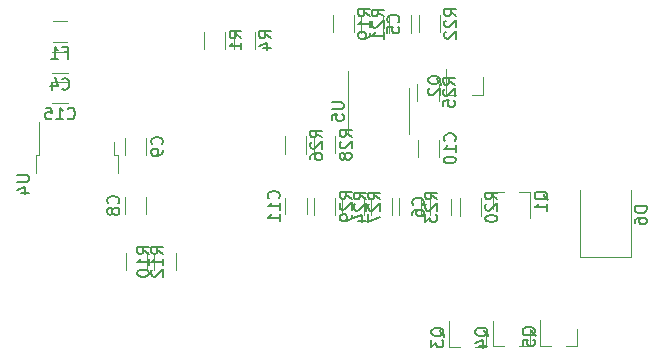
<source format=gbr>
G04 #@! TF.GenerationSoftware,KiCad,Pcbnew,(5.1.8)-1*
G04 #@! TF.CreationDate,2021-04-25T20:11:45+02:00*
G04 #@! TF.ProjectId,FSG_Reference,4653475f-5265-4666-9572-656e63652e6b,rev?*
G04 #@! TF.SameCoordinates,Original*
G04 #@! TF.FileFunction,Legend,Bot*
G04 #@! TF.FilePolarity,Positive*
%FSLAX46Y46*%
G04 Gerber Fmt 4.6, Leading zero omitted, Abs format (unit mm)*
G04 Created by KiCad (PCBNEW (5.1.8)-1) date 2021-04-25 20:11:45*
%MOMM*%
%LPD*%
G01*
G04 APERTURE LIST*
%ADD10C,0.120000*%
%ADD11C,0.150000*%
G04 APERTURE END LIST*
D10*
X94509000Y-154092264D02*
X94509000Y-152638136D01*
X92689000Y-154092264D02*
X92689000Y-152638136D01*
X71657800Y-155705400D02*
X71657800Y-154205400D01*
X71657800Y-154205400D02*
X71927800Y-154205400D01*
X71927800Y-154205400D02*
X71927800Y-151375400D01*
X78557800Y-155705400D02*
X78557800Y-154205400D01*
X78557800Y-154205400D02*
X78287800Y-154205400D01*
X78287800Y-154205400D02*
X78287800Y-153105400D01*
X122038000Y-162849800D02*
X117738000Y-162849800D01*
X117738000Y-162849800D02*
X117738000Y-157149800D01*
X122038000Y-162849800D02*
X122038000Y-157149800D01*
X72974148Y-149804800D02*
X74396652Y-149804800D01*
X72974148Y-147984800D02*
X74396652Y-147984800D01*
X117490400Y-170365200D02*
X117490400Y-168905200D01*
X114330400Y-170365200D02*
X114330400Y-168205200D01*
X114330400Y-170365200D02*
X115260400Y-170365200D01*
X117490400Y-170365200D02*
X116560400Y-170365200D01*
X79176200Y-157761148D02*
X79176200Y-159183652D01*
X80996200Y-157761148D02*
X80996200Y-159183652D01*
X99411200Y-159324664D02*
X99411200Y-157870536D01*
X97591200Y-159324664D02*
X97591200Y-157870536D01*
X105761200Y-149607164D02*
X105761200Y-148153036D01*
X103941200Y-149607164D02*
X103941200Y-148153036D01*
X100004200Y-157870536D02*
X100004200Y-159324664D01*
X101824200Y-157870536D02*
X101824200Y-159324664D01*
X104237200Y-159322664D02*
X104237200Y-157868536D01*
X102417200Y-159322664D02*
X102417200Y-157868536D01*
X105862800Y-143819964D02*
X105862800Y-142365836D01*
X104042800Y-143819964D02*
X104042800Y-142365836D01*
X101540900Y-142391236D02*
X101540900Y-143845364D01*
X103360900Y-142391236D02*
X103360900Y-143845364D01*
X109329900Y-159337364D02*
X109329900Y-157883236D01*
X107509900Y-159337364D02*
X107509900Y-157883236D01*
X98573000Y-143819964D02*
X98573000Y-142365836D01*
X96753000Y-143819964D02*
X96753000Y-142365836D01*
X81047000Y-163962164D02*
X81047000Y-162508036D01*
X79227000Y-163962164D02*
X79227000Y-162508036D01*
X81665400Y-162508036D02*
X81665400Y-163962164D01*
X83485400Y-162508036D02*
X83485400Y-163962164D01*
X90191000Y-145212964D02*
X90191000Y-143758836D01*
X88371000Y-145212964D02*
X88371000Y-143758836D01*
X87676400Y-145212964D02*
X87676400Y-143758836D01*
X85856400Y-145212964D02*
X85856400Y-143758836D01*
X105786600Y-154357652D02*
X105786600Y-152935148D01*
X103966600Y-154357652D02*
X103966600Y-152935148D01*
X80996200Y-154178052D02*
X80996200Y-152755548D01*
X79176200Y-154178052D02*
X79176200Y-152755548D01*
X101011400Y-143842052D02*
X101011400Y-142419548D01*
X99191400Y-143842052D02*
X99191400Y-142419548D01*
X72974148Y-147290200D02*
X74396652Y-147290200D01*
X72974148Y-145470200D02*
X74396652Y-145470200D01*
X103194800Y-150509200D02*
X103194800Y-152459200D01*
X103194800Y-150509200D02*
X103194800Y-148559200D01*
X98074800Y-150509200D02*
X98074800Y-152459200D01*
X98074800Y-150509200D02*
X98074800Y-147059200D01*
X96998200Y-159261164D02*
X96998200Y-157807036D01*
X95178200Y-159261164D02*
X95178200Y-157807036D01*
X96998200Y-154056164D02*
X96998200Y-152602036D01*
X95178200Y-154056164D02*
X95178200Y-152602036D01*
X109758600Y-170432000D02*
X108828600Y-170432000D01*
X106598600Y-170432000D02*
X107528600Y-170432000D01*
X106598600Y-170432000D02*
X106598600Y-168272000D01*
X109758600Y-170432000D02*
X109758600Y-168972000D01*
X109479200Y-149096000D02*
X108549200Y-149096000D01*
X106319200Y-149096000D02*
X107249200Y-149096000D01*
X106319200Y-149096000D02*
X106319200Y-146936000D01*
X109479200Y-149096000D02*
X109479200Y-147636000D01*
X110347600Y-157345600D02*
X111277600Y-157345600D01*
X113507600Y-157345600D02*
X112577600Y-157345600D01*
X113507600Y-157345600D02*
X113507600Y-159505600D01*
X110347600Y-157345600D02*
X110347600Y-158805600D01*
X73060936Y-144674000D02*
X74265064Y-144674000D01*
X73060936Y-142854000D02*
X74265064Y-142854000D01*
X92765200Y-157810148D02*
X92765200Y-159232652D01*
X94585200Y-157810148D02*
X94585200Y-159232652D01*
X104969900Y-157899048D02*
X104969900Y-159321552D01*
X106789900Y-157899048D02*
X106789900Y-159321552D01*
X113482200Y-170416000D02*
X112552200Y-170416000D01*
X110322200Y-170416000D02*
X111252200Y-170416000D01*
X110322200Y-170416000D02*
X110322200Y-168256000D01*
X113482200Y-170416000D02*
X113482200Y-168956000D01*
D11*
X95871380Y-152722342D02*
X95395190Y-152389009D01*
X95871380Y-152150914D02*
X94871380Y-152150914D01*
X94871380Y-152531866D01*
X94919000Y-152627104D01*
X94966619Y-152674723D01*
X95061857Y-152722342D01*
X95204714Y-152722342D01*
X95299952Y-152674723D01*
X95347571Y-152627104D01*
X95395190Y-152531866D01*
X95395190Y-152150914D01*
X94966619Y-153103295D02*
X94919000Y-153150914D01*
X94871380Y-153246152D01*
X94871380Y-153484247D01*
X94919000Y-153579485D01*
X94966619Y-153627104D01*
X95061857Y-153674723D01*
X95157095Y-153674723D01*
X95299952Y-153627104D01*
X95871380Y-153055676D01*
X95871380Y-153674723D01*
X94871380Y-154531866D02*
X94871380Y-154341390D01*
X94919000Y-154246152D01*
X94966619Y-154198533D01*
X95109476Y-154103295D01*
X95299952Y-154055676D01*
X95680904Y-154055676D01*
X95776142Y-154103295D01*
X95823761Y-154150914D01*
X95871380Y-154246152D01*
X95871380Y-154436628D01*
X95823761Y-154531866D01*
X95776142Y-154579485D01*
X95680904Y-154627104D01*
X95442809Y-154627104D01*
X95347571Y-154579485D01*
X95299952Y-154531866D01*
X95252333Y-154436628D01*
X95252333Y-154246152D01*
X95299952Y-154150914D01*
X95347571Y-154103295D01*
X95442809Y-154055676D01*
X70060180Y-155913495D02*
X70869704Y-155913495D01*
X70964942Y-155961114D01*
X71012561Y-156008733D01*
X71060180Y-156103971D01*
X71060180Y-156294447D01*
X71012561Y-156389685D01*
X70964942Y-156437304D01*
X70869704Y-156484923D01*
X70060180Y-156484923D01*
X70393514Y-157389685D02*
X71060180Y-157389685D01*
X70012561Y-157151590D02*
X70726847Y-156913495D01*
X70726847Y-157532542D01*
X123340380Y-158561704D02*
X122340380Y-158561704D01*
X122340380Y-158799800D01*
X122388000Y-158942657D01*
X122483238Y-159037895D01*
X122578476Y-159085514D01*
X122768952Y-159133133D01*
X122911809Y-159133133D01*
X123102285Y-159085514D01*
X123197523Y-159037895D01*
X123292761Y-158942657D01*
X123340380Y-158799800D01*
X123340380Y-158561704D01*
X122340380Y-159990276D02*
X122340380Y-159799800D01*
X122388000Y-159704561D01*
X122435619Y-159656942D01*
X122578476Y-159561704D01*
X122768952Y-159514085D01*
X123149904Y-159514085D01*
X123245142Y-159561704D01*
X123292761Y-159609323D01*
X123340380Y-159704561D01*
X123340380Y-159895038D01*
X123292761Y-159990276D01*
X123245142Y-160037895D01*
X123149904Y-160085514D01*
X122911809Y-160085514D01*
X122816571Y-160037895D01*
X122768952Y-159990276D01*
X122721333Y-159895038D01*
X122721333Y-159704561D01*
X122768952Y-159609323D01*
X122816571Y-159561704D01*
X122911809Y-159514085D01*
X74328257Y-151101942D02*
X74375876Y-151149561D01*
X74518733Y-151197180D01*
X74613971Y-151197180D01*
X74756828Y-151149561D01*
X74852066Y-151054323D01*
X74899685Y-150959085D01*
X74947304Y-150768609D01*
X74947304Y-150625752D01*
X74899685Y-150435276D01*
X74852066Y-150340038D01*
X74756828Y-150244800D01*
X74613971Y-150197180D01*
X74518733Y-150197180D01*
X74375876Y-150244800D01*
X74328257Y-150292419D01*
X73375876Y-151197180D02*
X73947304Y-151197180D01*
X73661590Y-151197180D02*
X73661590Y-150197180D01*
X73756828Y-150340038D01*
X73852066Y-150435276D01*
X73947304Y-150482895D01*
X72471114Y-150197180D02*
X72947304Y-150197180D01*
X72994923Y-150673371D01*
X72947304Y-150625752D01*
X72852066Y-150578133D01*
X72613971Y-150578133D01*
X72518733Y-150625752D01*
X72471114Y-150673371D01*
X72423495Y-150768609D01*
X72423495Y-151006704D01*
X72471114Y-151101942D01*
X72518733Y-151149561D01*
X72613971Y-151197180D01*
X72852066Y-151197180D01*
X72947304Y-151149561D01*
X72994923Y-151101942D01*
X113958019Y-169509961D02*
X113910400Y-169414723D01*
X113815161Y-169319485D01*
X113672304Y-169176628D01*
X113624685Y-169081390D01*
X113624685Y-168986152D01*
X113862780Y-169033771D02*
X113815161Y-168938533D01*
X113719923Y-168843295D01*
X113529447Y-168795676D01*
X113196114Y-168795676D01*
X113005638Y-168843295D01*
X112910400Y-168938533D01*
X112862780Y-169033771D01*
X112862780Y-169224247D01*
X112910400Y-169319485D01*
X113005638Y-169414723D01*
X113196114Y-169462342D01*
X113529447Y-169462342D01*
X113719923Y-169414723D01*
X113815161Y-169319485D01*
X113862780Y-169224247D01*
X113862780Y-169033771D01*
X112862780Y-170367104D02*
X112862780Y-169890914D01*
X113338971Y-169843295D01*
X113291352Y-169890914D01*
X113243733Y-169986152D01*
X113243733Y-170224247D01*
X113291352Y-170319485D01*
X113338971Y-170367104D01*
X113434209Y-170414723D01*
X113672304Y-170414723D01*
X113767542Y-170367104D01*
X113815161Y-170319485D01*
X113862780Y-170224247D01*
X113862780Y-169986152D01*
X113815161Y-169890914D01*
X113767542Y-169843295D01*
X78593342Y-158305733D02*
X78640961Y-158258114D01*
X78688580Y-158115257D01*
X78688580Y-158020019D01*
X78640961Y-157877161D01*
X78545723Y-157781923D01*
X78450485Y-157734304D01*
X78260009Y-157686685D01*
X78117152Y-157686685D01*
X77926676Y-157734304D01*
X77831438Y-157781923D01*
X77736200Y-157877161D01*
X77688580Y-158020019D01*
X77688580Y-158115257D01*
X77736200Y-158258114D01*
X77783819Y-158305733D01*
X78117152Y-158877161D02*
X78069533Y-158781923D01*
X78021914Y-158734304D01*
X77926676Y-158686685D01*
X77879057Y-158686685D01*
X77783819Y-158734304D01*
X77736200Y-158781923D01*
X77688580Y-158877161D01*
X77688580Y-159067638D01*
X77736200Y-159162876D01*
X77783819Y-159210495D01*
X77879057Y-159258114D01*
X77926676Y-159258114D01*
X78021914Y-159210495D01*
X78069533Y-159162876D01*
X78117152Y-159067638D01*
X78117152Y-158877161D01*
X78164771Y-158781923D01*
X78212390Y-158734304D01*
X78307628Y-158686685D01*
X78498104Y-158686685D01*
X78593342Y-158734304D01*
X78640961Y-158781923D01*
X78688580Y-158877161D01*
X78688580Y-159067638D01*
X78640961Y-159162876D01*
X78593342Y-159210495D01*
X78498104Y-159258114D01*
X78307628Y-159258114D01*
X78212390Y-159210495D01*
X78164771Y-159162876D01*
X78117152Y-159067638D01*
X100773580Y-157954742D02*
X100297390Y-157621409D01*
X100773580Y-157383314D02*
X99773580Y-157383314D01*
X99773580Y-157764266D01*
X99821200Y-157859504D01*
X99868819Y-157907123D01*
X99964057Y-157954742D01*
X100106914Y-157954742D01*
X100202152Y-157907123D01*
X100249771Y-157859504D01*
X100297390Y-157764266D01*
X100297390Y-157383314D01*
X99868819Y-158335695D02*
X99821200Y-158383314D01*
X99773580Y-158478552D01*
X99773580Y-158716647D01*
X99821200Y-158811885D01*
X99868819Y-158859504D01*
X99964057Y-158907123D01*
X100059295Y-158907123D01*
X100202152Y-158859504D01*
X100773580Y-158288076D01*
X100773580Y-158907123D01*
X99773580Y-159240457D02*
X99773580Y-159907123D01*
X100773580Y-159478552D01*
X107123580Y-148237242D02*
X106647390Y-147903909D01*
X107123580Y-147665814D02*
X106123580Y-147665814D01*
X106123580Y-148046766D01*
X106171200Y-148142004D01*
X106218819Y-148189623D01*
X106314057Y-148237242D01*
X106456914Y-148237242D01*
X106552152Y-148189623D01*
X106599771Y-148142004D01*
X106647390Y-148046766D01*
X106647390Y-147665814D01*
X106218819Y-148618195D02*
X106171200Y-148665814D01*
X106123580Y-148761052D01*
X106123580Y-148999147D01*
X106171200Y-149094385D01*
X106218819Y-149142004D01*
X106314057Y-149189623D01*
X106409295Y-149189623D01*
X106552152Y-149142004D01*
X107123580Y-148570576D01*
X107123580Y-149189623D01*
X106123580Y-150094385D02*
X106123580Y-149618195D01*
X106599771Y-149570576D01*
X106552152Y-149618195D01*
X106504533Y-149713433D01*
X106504533Y-149951528D01*
X106552152Y-150046766D01*
X106599771Y-150094385D01*
X106695009Y-150142004D01*
X106933104Y-150142004D01*
X107028342Y-150094385D01*
X107075961Y-150046766D01*
X107123580Y-149951528D01*
X107123580Y-149713433D01*
X107075961Y-149618195D01*
X107028342Y-149570576D01*
X99546580Y-157954742D02*
X99070390Y-157621409D01*
X99546580Y-157383314D02*
X98546580Y-157383314D01*
X98546580Y-157764266D01*
X98594200Y-157859504D01*
X98641819Y-157907123D01*
X98737057Y-157954742D01*
X98879914Y-157954742D01*
X98975152Y-157907123D01*
X99022771Y-157859504D01*
X99070390Y-157764266D01*
X99070390Y-157383314D01*
X98641819Y-158335695D02*
X98594200Y-158383314D01*
X98546580Y-158478552D01*
X98546580Y-158716647D01*
X98594200Y-158811885D01*
X98641819Y-158859504D01*
X98737057Y-158907123D01*
X98832295Y-158907123D01*
X98975152Y-158859504D01*
X99546580Y-158288076D01*
X99546580Y-158907123D01*
X98879914Y-159764266D02*
X99546580Y-159764266D01*
X98498961Y-159526171D02*
X99213247Y-159288076D01*
X99213247Y-159907123D01*
X105599580Y-157952742D02*
X105123390Y-157619409D01*
X105599580Y-157381314D02*
X104599580Y-157381314D01*
X104599580Y-157762266D01*
X104647200Y-157857504D01*
X104694819Y-157905123D01*
X104790057Y-157952742D01*
X104932914Y-157952742D01*
X105028152Y-157905123D01*
X105075771Y-157857504D01*
X105123390Y-157762266D01*
X105123390Y-157381314D01*
X104694819Y-158333695D02*
X104647200Y-158381314D01*
X104599580Y-158476552D01*
X104599580Y-158714647D01*
X104647200Y-158809885D01*
X104694819Y-158857504D01*
X104790057Y-158905123D01*
X104885295Y-158905123D01*
X105028152Y-158857504D01*
X105599580Y-158286076D01*
X105599580Y-158905123D01*
X104599580Y-159238457D02*
X104599580Y-159857504D01*
X104980533Y-159524171D01*
X104980533Y-159667028D01*
X105028152Y-159762266D01*
X105075771Y-159809885D01*
X105171009Y-159857504D01*
X105409104Y-159857504D01*
X105504342Y-159809885D01*
X105551961Y-159762266D01*
X105599580Y-159667028D01*
X105599580Y-159381314D01*
X105551961Y-159286076D01*
X105504342Y-159238457D01*
X107225180Y-142450042D02*
X106748990Y-142116709D01*
X107225180Y-141878614D02*
X106225180Y-141878614D01*
X106225180Y-142259566D01*
X106272800Y-142354804D01*
X106320419Y-142402423D01*
X106415657Y-142450042D01*
X106558514Y-142450042D01*
X106653752Y-142402423D01*
X106701371Y-142354804D01*
X106748990Y-142259566D01*
X106748990Y-141878614D01*
X106320419Y-142830995D02*
X106272800Y-142878614D01*
X106225180Y-142973852D01*
X106225180Y-143211947D01*
X106272800Y-143307185D01*
X106320419Y-143354804D01*
X106415657Y-143402423D01*
X106510895Y-143402423D01*
X106653752Y-143354804D01*
X107225180Y-142783376D01*
X107225180Y-143402423D01*
X106320419Y-143783376D02*
X106272800Y-143830995D01*
X106225180Y-143926233D01*
X106225180Y-144164328D01*
X106272800Y-144259566D01*
X106320419Y-144307185D01*
X106415657Y-144354804D01*
X106510895Y-144354804D01*
X106653752Y-144307185D01*
X107225180Y-143735757D01*
X107225180Y-144354804D01*
X101083280Y-142475442D02*
X100607090Y-142142109D01*
X101083280Y-141904014D02*
X100083280Y-141904014D01*
X100083280Y-142284966D01*
X100130900Y-142380204D01*
X100178519Y-142427823D01*
X100273757Y-142475442D01*
X100416614Y-142475442D01*
X100511852Y-142427823D01*
X100559471Y-142380204D01*
X100607090Y-142284966D01*
X100607090Y-141904014D01*
X100178519Y-142856395D02*
X100130900Y-142904014D01*
X100083280Y-142999252D01*
X100083280Y-143237347D01*
X100130900Y-143332585D01*
X100178519Y-143380204D01*
X100273757Y-143427823D01*
X100368995Y-143427823D01*
X100511852Y-143380204D01*
X101083280Y-142808776D01*
X101083280Y-143427823D01*
X101083280Y-144380204D02*
X101083280Y-143808776D01*
X101083280Y-144094490D02*
X100083280Y-144094490D01*
X100226138Y-143999252D01*
X100321376Y-143904014D01*
X100368995Y-143808776D01*
X110692280Y-157967442D02*
X110216090Y-157634109D01*
X110692280Y-157396014D02*
X109692280Y-157396014D01*
X109692280Y-157776966D01*
X109739900Y-157872204D01*
X109787519Y-157919823D01*
X109882757Y-157967442D01*
X110025614Y-157967442D01*
X110120852Y-157919823D01*
X110168471Y-157872204D01*
X110216090Y-157776966D01*
X110216090Y-157396014D01*
X109787519Y-158348395D02*
X109739900Y-158396014D01*
X109692280Y-158491252D01*
X109692280Y-158729347D01*
X109739900Y-158824585D01*
X109787519Y-158872204D01*
X109882757Y-158919823D01*
X109977995Y-158919823D01*
X110120852Y-158872204D01*
X110692280Y-158300776D01*
X110692280Y-158919823D01*
X109692280Y-159538871D02*
X109692280Y-159634109D01*
X109739900Y-159729347D01*
X109787519Y-159776966D01*
X109882757Y-159824585D01*
X110073233Y-159872204D01*
X110311328Y-159872204D01*
X110501804Y-159824585D01*
X110597042Y-159776966D01*
X110644661Y-159729347D01*
X110692280Y-159634109D01*
X110692280Y-159538871D01*
X110644661Y-159443633D01*
X110597042Y-159396014D01*
X110501804Y-159348395D01*
X110311328Y-159300776D01*
X110073233Y-159300776D01*
X109882757Y-159348395D01*
X109787519Y-159396014D01*
X109739900Y-159443633D01*
X109692280Y-159538871D01*
X99935380Y-142450042D02*
X99459190Y-142116709D01*
X99935380Y-141878614D02*
X98935380Y-141878614D01*
X98935380Y-142259566D01*
X98983000Y-142354804D01*
X99030619Y-142402423D01*
X99125857Y-142450042D01*
X99268714Y-142450042D01*
X99363952Y-142402423D01*
X99411571Y-142354804D01*
X99459190Y-142259566D01*
X99459190Y-141878614D01*
X99935380Y-143402423D02*
X99935380Y-142830995D01*
X99935380Y-143116709D02*
X98935380Y-143116709D01*
X99078238Y-143021471D01*
X99173476Y-142926233D01*
X99221095Y-142830995D01*
X99935380Y-143878614D02*
X99935380Y-144069090D01*
X99887761Y-144164328D01*
X99840142Y-144211947D01*
X99697285Y-144307185D01*
X99506809Y-144354804D01*
X99125857Y-144354804D01*
X99030619Y-144307185D01*
X98983000Y-144259566D01*
X98935380Y-144164328D01*
X98935380Y-143973852D01*
X98983000Y-143878614D01*
X99030619Y-143830995D01*
X99125857Y-143783376D01*
X99363952Y-143783376D01*
X99459190Y-143830995D01*
X99506809Y-143878614D01*
X99554428Y-143973852D01*
X99554428Y-144164328D01*
X99506809Y-144259566D01*
X99459190Y-144307185D01*
X99363952Y-144354804D01*
X82409380Y-162592242D02*
X81933190Y-162258909D01*
X82409380Y-162020814D02*
X81409380Y-162020814D01*
X81409380Y-162401766D01*
X81457000Y-162497004D01*
X81504619Y-162544623D01*
X81599857Y-162592242D01*
X81742714Y-162592242D01*
X81837952Y-162544623D01*
X81885571Y-162497004D01*
X81933190Y-162401766D01*
X81933190Y-162020814D01*
X82409380Y-163544623D02*
X82409380Y-162973195D01*
X82409380Y-163258909D02*
X81409380Y-163258909D01*
X81552238Y-163163671D01*
X81647476Y-163068433D01*
X81695095Y-162973195D01*
X81504619Y-163925576D02*
X81457000Y-163973195D01*
X81409380Y-164068433D01*
X81409380Y-164306528D01*
X81457000Y-164401766D01*
X81504619Y-164449385D01*
X81599857Y-164497004D01*
X81695095Y-164497004D01*
X81837952Y-164449385D01*
X82409380Y-163877957D01*
X82409380Y-164497004D01*
X81207780Y-162592242D02*
X80731590Y-162258909D01*
X81207780Y-162020814D02*
X80207780Y-162020814D01*
X80207780Y-162401766D01*
X80255400Y-162497004D01*
X80303019Y-162544623D01*
X80398257Y-162592242D01*
X80541114Y-162592242D01*
X80636352Y-162544623D01*
X80683971Y-162497004D01*
X80731590Y-162401766D01*
X80731590Y-162020814D01*
X81207780Y-163544623D02*
X81207780Y-162973195D01*
X81207780Y-163258909D02*
X80207780Y-163258909D01*
X80350638Y-163163671D01*
X80445876Y-163068433D01*
X80493495Y-162973195D01*
X80207780Y-164163671D02*
X80207780Y-164258909D01*
X80255400Y-164354147D01*
X80303019Y-164401766D01*
X80398257Y-164449385D01*
X80588733Y-164497004D01*
X80826828Y-164497004D01*
X81017304Y-164449385D01*
X81112542Y-164401766D01*
X81160161Y-164354147D01*
X81207780Y-164258909D01*
X81207780Y-164163671D01*
X81160161Y-164068433D01*
X81112542Y-164020814D01*
X81017304Y-163973195D01*
X80826828Y-163925576D01*
X80588733Y-163925576D01*
X80398257Y-163973195D01*
X80303019Y-164020814D01*
X80255400Y-164068433D01*
X80207780Y-164163671D01*
X91553380Y-144319233D02*
X91077190Y-143985900D01*
X91553380Y-143747804D02*
X90553380Y-143747804D01*
X90553380Y-144128757D01*
X90601000Y-144223995D01*
X90648619Y-144271614D01*
X90743857Y-144319233D01*
X90886714Y-144319233D01*
X90981952Y-144271614D01*
X91029571Y-144223995D01*
X91077190Y-144128757D01*
X91077190Y-143747804D01*
X90886714Y-145176376D02*
X91553380Y-145176376D01*
X90505761Y-144938280D02*
X91220047Y-144700185D01*
X91220047Y-145319233D01*
X89038780Y-144319233D02*
X88562590Y-143985900D01*
X89038780Y-143747804D02*
X88038780Y-143747804D01*
X88038780Y-144128757D01*
X88086400Y-144223995D01*
X88134019Y-144271614D01*
X88229257Y-144319233D01*
X88372114Y-144319233D01*
X88467352Y-144271614D01*
X88514971Y-144223995D01*
X88562590Y-144128757D01*
X88562590Y-143747804D01*
X89038780Y-145271614D02*
X89038780Y-144700185D01*
X89038780Y-144985900D02*
X88038780Y-144985900D01*
X88181638Y-144890661D01*
X88276876Y-144795423D01*
X88324495Y-144700185D01*
X107083742Y-153003542D02*
X107131361Y-152955923D01*
X107178980Y-152813066D01*
X107178980Y-152717828D01*
X107131361Y-152574971D01*
X107036123Y-152479733D01*
X106940885Y-152432114D01*
X106750409Y-152384495D01*
X106607552Y-152384495D01*
X106417076Y-152432114D01*
X106321838Y-152479733D01*
X106226600Y-152574971D01*
X106178980Y-152717828D01*
X106178980Y-152813066D01*
X106226600Y-152955923D01*
X106274219Y-153003542D01*
X107178980Y-153955923D02*
X107178980Y-153384495D01*
X107178980Y-153670209D02*
X106178980Y-153670209D01*
X106321838Y-153574971D01*
X106417076Y-153479733D01*
X106464695Y-153384495D01*
X106178980Y-154574971D02*
X106178980Y-154670209D01*
X106226600Y-154765447D01*
X106274219Y-154813066D01*
X106369457Y-154860685D01*
X106559933Y-154908304D01*
X106798028Y-154908304D01*
X106988504Y-154860685D01*
X107083742Y-154813066D01*
X107131361Y-154765447D01*
X107178980Y-154670209D01*
X107178980Y-154574971D01*
X107131361Y-154479733D01*
X107083742Y-154432114D01*
X106988504Y-154384495D01*
X106798028Y-154336876D01*
X106559933Y-154336876D01*
X106369457Y-154384495D01*
X106274219Y-154432114D01*
X106226600Y-154479733D01*
X106178980Y-154574971D01*
X82293342Y-153300133D02*
X82340961Y-153252514D01*
X82388580Y-153109657D01*
X82388580Y-153014419D01*
X82340961Y-152871561D01*
X82245723Y-152776323D01*
X82150485Y-152728704D01*
X81960009Y-152681085D01*
X81817152Y-152681085D01*
X81626676Y-152728704D01*
X81531438Y-152776323D01*
X81436200Y-152871561D01*
X81388580Y-153014419D01*
X81388580Y-153109657D01*
X81436200Y-153252514D01*
X81483819Y-153300133D01*
X82388580Y-153776323D02*
X82388580Y-153966800D01*
X82340961Y-154062038D01*
X82293342Y-154109657D01*
X82150485Y-154204895D01*
X81960009Y-154252514D01*
X81579057Y-154252514D01*
X81483819Y-154204895D01*
X81436200Y-154157276D01*
X81388580Y-154062038D01*
X81388580Y-153871561D01*
X81436200Y-153776323D01*
X81483819Y-153728704D01*
X81579057Y-153681085D01*
X81817152Y-153681085D01*
X81912390Y-153728704D01*
X81960009Y-153776323D01*
X82007628Y-153871561D01*
X82007628Y-154062038D01*
X81960009Y-154157276D01*
X81912390Y-154204895D01*
X81817152Y-154252514D01*
X102308542Y-142964133D02*
X102356161Y-142916514D01*
X102403780Y-142773657D01*
X102403780Y-142678419D01*
X102356161Y-142535561D01*
X102260923Y-142440323D01*
X102165685Y-142392704D01*
X101975209Y-142345085D01*
X101832352Y-142345085D01*
X101641876Y-142392704D01*
X101546638Y-142440323D01*
X101451400Y-142535561D01*
X101403780Y-142678419D01*
X101403780Y-142773657D01*
X101451400Y-142916514D01*
X101499019Y-142964133D01*
X101403780Y-143868895D02*
X101403780Y-143392704D01*
X101879971Y-143345085D01*
X101832352Y-143392704D01*
X101784733Y-143487942D01*
X101784733Y-143726038D01*
X101832352Y-143821276D01*
X101879971Y-143868895D01*
X101975209Y-143916514D01*
X102213304Y-143916514D01*
X102308542Y-143868895D01*
X102356161Y-143821276D01*
X102403780Y-143726038D01*
X102403780Y-143487942D01*
X102356161Y-143392704D01*
X102308542Y-143345085D01*
X73852066Y-148587342D02*
X73899685Y-148634961D01*
X74042542Y-148682580D01*
X74137780Y-148682580D01*
X74280638Y-148634961D01*
X74375876Y-148539723D01*
X74423495Y-148444485D01*
X74471114Y-148254009D01*
X74471114Y-148111152D01*
X74423495Y-147920676D01*
X74375876Y-147825438D01*
X74280638Y-147730200D01*
X74137780Y-147682580D01*
X74042542Y-147682580D01*
X73899685Y-147730200D01*
X73852066Y-147777819D01*
X72994923Y-148015914D02*
X72994923Y-148682580D01*
X73233019Y-147634961D02*
X73471114Y-148349247D01*
X72852066Y-148349247D01*
X96687180Y-149747295D02*
X97496704Y-149747295D01*
X97591942Y-149794914D01*
X97639561Y-149842533D01*
X97687180Y-149937771D01*
X97687180Y-150128247D01*
X97639561Y-150223485D01*
X97591942Y-150271104D01*
X97496704Y-150318723D01*
X96687180Y-150318723D01*
X96687180Y-151271104D02*
X96687180Y-150794914D01*
X97163371Y-150747295D01*
X97115752Y-150794914D01*
X97068133Y-150890152D01*
X97068133Y-151128247D01*
X97115752Y-151223485D01*
X97163371Y-151271104D01*
X97258609Y-151318723D01*
X97496704Y-151318723D01*
X97591942Y-151271104D01*
X97639561Y-151223485D01*
X97687180Y-151128247D01*
X97687180Y-150890152D01*
X97639561Y-150794914D01*
X97591942Y-150747295D01*
X98360580Y-157891242D02*
X97884390Y-157557909D01*
X98360580Y-157319814D02*
X97360580Y-157319814D01*
X97360580Y-157700766D01*
X97408200Y-157796004D01*
X97455819Y-157843623D01*
X97551057Y-157891242D01*
X97693914Y-157891242D01*
X97789152Y-157843623D01*
X97836771Y-157796004D01*
X97884390Y-157700766D01*
X97884390Y-157319814D01*
X97455819Y-158272195D02*
X97408200Y-158319814D01*
X97360580Y-158415052D01*
X97360580Y-158653147D01*
X97408200Y-158748385D01*
X97455819Y-158796004D01*
X97551057Y-158843623D01*
X97646295Y-158843623D01*
X97789152Y-158796004D01*
X98360580Y-158224576D01*
X98360580Y-158843623D01*
X98360580Y-159319814D02*
X98360580Y-159510290D01*
X98312961Y-159605528D01*
X98265342Y-159653147D01*
X98122485Y-159748385D01*
X97932009Y-159796004D01*
X97551057Y-159796004D01*
X97455819Y-159748385D01*
X97408200Y-159700766D01*
X97360580Y-159605528D01*
X97360580Y-159415052D01*
X97408200Y-159319814D01*
X97455819Y-159272195D01*
X97551057Y-159224576D01*
X97789152Y-159224576D01*
X97884390Y-159272195D01*
X97932009Y-159319814D01*
X97979628Y-159415052D01*
X97979628Y-159605528D01*
X97932009Y-159700766D01*
X97884390Y-159748385D01*
X97789152Y-159796004D01*
X98360580Y-152686242D02*
X97884390Y-152352909D01*
X98360580Y-152114814D02*
X97360580Y-152114814D01*
X97360580Y-152495766D01*
X97408200Y-152591004D01*
X97455819Y-152638623D01*
X97551057Y-152686242D01*
X97693914Y-152686242D01*
X97789152Y-152638623D01*
X97836771Y-152591004D01*
X97884390Y-152495766D01*
X97884390Y-152114814D01*
X97455819Y-153067195D02*
X97408200Y-153114814D01*
X97360580Y-153210052D01*
X97360580Y-153448147D01*
X97408200Y-153543385D01*
X97455819Y-153591004D01*
X97551057Y-153638623D01*
X97646295Y-153638623D01*
X97789152Y-153591004D01*
X98360580Y-153019576D01*
X98360580Y-153638623D01*
X97789152Y-154210052D02*
X97741533Y-154114814D01*
X97693914Y-154067195D01*
X97598676Y-154019576D01*
X97551057Y-154019576D01*
X97455819Y-154067195D01*
X97408200Y-154114814D01*
X97360580Y-154210052D01*
X97360580Y-154400528D01*
X97408200Y-154495766D01*
X97455819Y-154543385D01*
X97551057Y-154591004D01*
X97598676Y-154591004D01*
X97693914Y-154543385D01*
X97741533Y-154495766D01*
X97789152Y-154400528D01*
X97789152Y-154210052D01*
X97836771Y-154114814D01*
X97884390Y-154067195D01*
X97979628Y-154019576D01*
X98170104Y-154019576D01*
X98265342Y-154067195D01*
X98312961Y-154114814D01*
X98360580Y-154210052D01*
X98360580Y-154400528D01*
X98312961Y-154495766D01*
X98265342Y-154543385D01*
X98170104Y-154591004D01*
X97979628Y-154591004D01*
X97884390Y-154543385D01*
X97836771Y-154495766D01*
X97789152Y-154400528D01*
X106226219Y-169576761D02*
X106178600Y-169481523D01*
X106083361Y-169386285D01*
X105940504Y-169243428D01*
X105892885Y-169148190D01*
X105892885Y-169052952D01*
X106130980Y-169100571D02*
X106083361Y-169005333D01*
X105988123Y-168910095D01*
X105797647Y-168862476D01*
X105464314Y-168862476D01*
X105273838Y-168910095D01*
X105178600Y-169005333D01*
X105130980Y-169100571D01*
X105130980Y-169291047D01*
X105178600Y-169386285D01*
X105273838Y-169481523D01*
X105464314Y-169529142D01*
X105797647Y-169529142D01*
X105988123Y-169481523D01*
X106083361Y-169386285D01*
X106130980Y-169291047D01*
X106130980Y-169100571D01*
X105130980Y-169862476D02*
X105130980Y-170481523D01*
X105511933Y-170148190D01*
X105511933Y-170291047D01*
X105559552Y-170386285D01*
X105607171Y-170433904D01*
X105702409Y-170481523D01*
X105940504Y-170481523D01*
X106035742Y-170433904D01*
X106083361Y-170386285D01*
X106130980Y-170291047D01*
X106130980Y-170005333D01*
X106083361Y-169910095D01*
X106035742Y-169862476D01*
X105946819Y-148240761D02*
X105899200Y-148145523D01*
X105803961Y-148050285D01*
X105661104Y-147907428D01*
X105613485Y-147812190D01*
X105613485Y-147716952D01*
X105851580Y-147764571D02*
X105803961Y-147669333D01*
X105708723Y-147574095D01*
X105518247Y-147526476D01*
X105184914Y-147526476D01*
X104994438Y-147574095D01*
X104899200Y-147669333D01*
X104851580Y-147764571D01*
X104851580Y-147955047D01*
X104899200Y-148050285D01*
X104994438Y-148145523D01*
X105184914Y-148193142D01*
X105518247Y-148193142D01*
X105708723Y-148145523D01*
X105803961Y-148050285D01*
X105851580Y-147955047D01*
X105851580Y-147764571D01*
X104946819Y-148574095D02*
X104899200Y-148621714D01*
X104851580Y-148716952D01*
X104851580Y-148955047D01*
X104899200Y-149050285D01*
X104946819Y-149097904D01*
X105042057Y-149145523D01*
X105137295Y-149145523D01*
X105280152Y-149097904D01*
X105851580Y-148526476D01*
X105851580Y-149145523D01*
X114975219Y-158010361D02*
X114927600Y-157915123D01*
X114832361Y-157819885D01*
X114689504Y-157677028D01*
X114641885Y-157581790D01*
X114641885Y-157486552D01*
X114879980Y-157534171D02*
X114832361Y-157438933D01*
X114737123Y-157343695D01*
X114546647Y-157296076D01*
X114213314Y-157296076D01*
X114022838Y-157343695D01*
X113927600Y-157438933D01*
X113879980Y-157534171D01*
X113879980Y-157724647D01*
X113927600Y-157819885D01*
X114022838Y-157915123D01*
X114213314Y-157962742D01*
X114546647Y-157962742D01*
X114737123Y-157915123D01*
X114832361Y-157819885D01*
X114879980Y-157724647D01*
X114879980Y-157534171D01*
X114879980Y-158915123D02*
X114879980Y-158343695D01*
X114879980Y-158629409D02*
X113879980Y-158629409D01*
X114022838Y-158534171D01*
X114118076Y-158438933D01*
X114165695Y-158343695D01*
X73996333Y-145512571D02*
X74329666Y-145512571D01*
X74329666Y-146036380D02*
X74329666Y-145036380D01*
X73853476Y-145036380D01*
X72948714Y-146036380D02*
X73520142Y-146036380D01*
X73234428Y-146036380D02*
X73234428Y-145036380D01*
X73329666Y-145179238D01*
X73424904Y-145274476D01*
X73520142Y-145322095D01*
X92182342Y-157878542D02*
X92229961Y-157830923D01*
X92277580Y-157688066D01*
X92277580Y-157592828D01*
X92229961Y-157449971D01*
X92134723Y-157354733D01*
X92039485Y-157307114D01*
X91849009Y-157259495D01*
X91706152Y-157259495D01*
X91515676Y-157307114D01*
X91420438Y-157354733D01*
X91325200Y-157449971D01*
X91277580Y-157592828D01*
X91277580Y-157688066D01*
X91325200Y-157830923D01*
X91372819Y-157878542D01*
X92277580Y-158830923D02*
X92277580Y-158259495D01*
X92277580Y-158545209D02*
X91277580Y-158545209D01*
X91420438Y-158449971D01*
X91515676Y-158354733D01*
X91563295Y-158259495D01*
X92277580Y-159783304D02*
X92277580Y-159211876D01*
X92277580Y-159497590D02*
X91277580Y-159497590D01*
X91420438Y-159402352D01*
X91515676Y-159307114D01*
X91563295Y-159211876D01*
X104387042Y-158443633D02*
X104434661Y-158396014D01*
X104482280Y-158253157D01*
X104482280Y-158157919D01*
X104434661Y-158015061D01*
X104339423Y-157919823D01*
X104244185Y-157872204D01*
X104053709Y-157824585D01*
X103910852Y-157824585D01*
X103720376Y-157872204D01*
X103625138Y-157919823D01*
X103529900Y-158015061D01*
X103482280Y-158157919D01*
X103482280Y-158253157D01*
X103529900Y-158396014D01*
X103577519Y-158443633D01*
X103482280Y-159300776D02*
X103482280Y-159110300D01*
X103529900Y-159015061D01*
X103577519Y-158967442D01*
X103720376Y-158872204D01*
X103910852Y-158824585D01*
X104291804Y-158824585D01*
X104387042Y-158872204D01*
X104434661Y-158919823D01*
X104482280Y-159015061D01*
X104482280Y-159205538D01*
X104434661Y-159300776D01*
X104387042Y-159348395D01*
X104291804Y-159396014D01*
X104053709Y-159396014D01*
X103958471Y-159348395D01*
X103910852Y-159300776D01*
X103863233Y-159205538D01*
X103863233Y-159015061D01*
X103910852Y-158919823D01*
X103958471Y-158872204D01*
X104053709Y-158824585D01*
X109949819Y-169560761D02*
X109902200Y-169465523D01*
X109806961Y-169370285D01*
X109664104Y-169227428D01*
X109616485Y-169132190D01*
X109616485Y-169036952D01*
X109854580Y-169084571D02*
X109806961Y-168989333D01*
X109711723Y-168894095D01*
X109521247Y-168846476D01*
X109187914Y-168846476D01*
X108997438Y-168894095D01*
X108902200Y-168989333D01*
X108854580Y-169084571D01*
X108854580Y-169275047D01*
X108902200Y-169370285D01*
X108997438Y-169465523D01*
X109187914Y-169513142D01*
X109521247Y-169513142D01*
X109711723Y-169465523D01*
X109806961Y-169370285D01*
X109854580Y-169275047D01*
X109854580Y-169084571D01*
X109187914Y-170370285D02*
X109854580Y-170370285D01*
X108806961Y-170132190D02*
X109521247Y-169894095D01*
X109521247Y-170513142D01*
M02*

</source>
